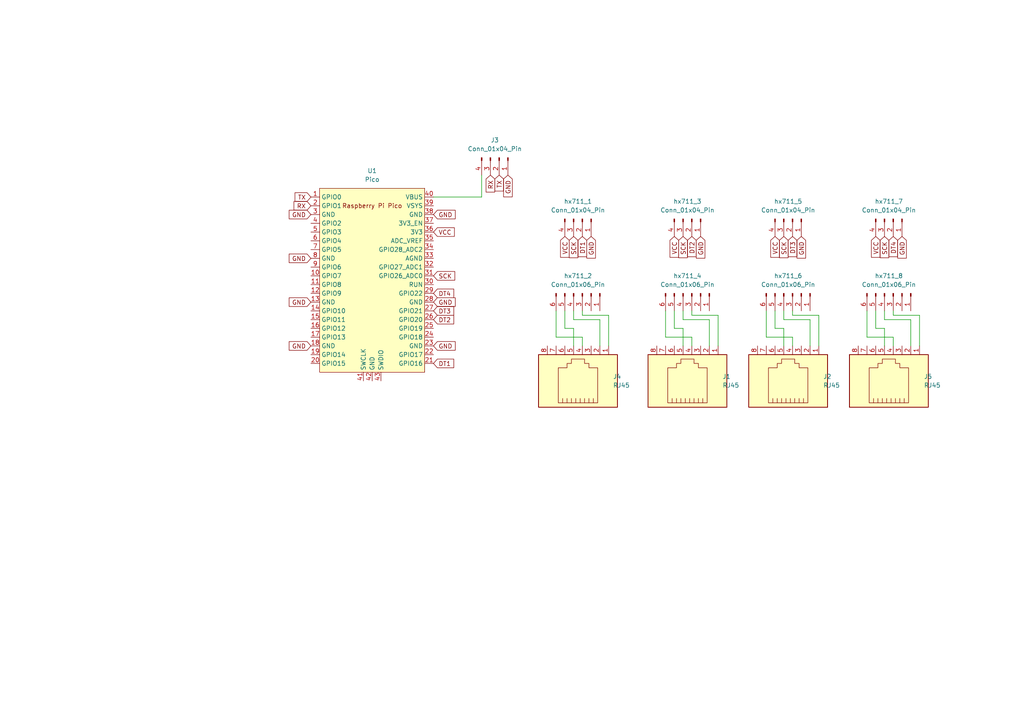
<source format=kicad_sch>
(kicad_sch (version 20231120) (generator "eeschema") (generator_version "8.0")
  (paper "A4")
  (lib_symbols
    (symbol "Connector:Conn_01x04_Pin" (pin_names (offset 1.016) hide)
      (property "Reference" "J" (at 0 5.08 0))
      (property "Value" "Conn_01x04_Pin" (at 0 -7.62 0))
      (symbol "Conn_01x04_Pin_1_1"
        (polyline (pts (xy 1.27 -5.08) (xy 0.8636 -5.08)) (stroke (width 0.1524)))
        (polyline (pts (xy 1.27 -2.54) (xy 0.8636 -2.54)) (stroke (width 0.1524)))
        (polyline (pts (xy 1.27 0) (xy 0.8636 0)) (stroke (width 0.1524)))
        (polyline (pts (xy 1.27 2.54) (xy 0.8636 2.54)) (stroke (width 0.1524)))
        (rectangle (start 0.8636 -4.953) (end 0 -5.207) (stroke (width 0.1524)) (fill (type outline)))
        (rectangle (start 0.8636 -2.413) (end 0 -2.667) (stroke (width 0.1524)) (fill (type outline)))
        (rectangle (start 0.8636 0.127) (end 0 -0.127) (stroke (width 0.1524)) (fill (type outline)))
        (rectangle (start 0.8636 2.667) (end 0 2.413) (stroke (width 0.1524)) (fill (type outline)))
        (pin passive line (at 5.08 2.54 180) (length 3.81) (name "Pin_1") (number "1"))
        (pin passive line (at 5.08 0 180) (length 3.81) (name "Pin_2") (number "2"))
        (pin passive line (at 5.08 -2.54 180) (length 3.81) (name "Pin_3") (number "3"))
        (pin passive line (at 5.08 -5.08 180) (length 3.81) (name "Pin_4") (number "4"))
      )
    )
    (symbol "Connector:Conn_01x06_Pin" (pin_names (offset 1.016) hide)
      (property "Reference" "J" (at 0 7.62 0))
      (property "Value" "Conn_01x06_Pin" (at 0 -10.16 0))
      (symbol "Conn_01x06_Pin_1_1"
        (polyline (pts (xy 1.27 -7.62) (xy 0.8636 -7.62)) (stroke (width 0.1524)))
        (polyline (pts (xy 1.27 -5.08) (xy 0.8636 -5.08)) (stroke (width 0.1524)))
        (polyline (pts (xy 1.27 -2.54) (xy 0.8636 -2.54)) (stroke (width 0.1524)))
        (polyline (pts (xy 1.27 0) (xy 0.8636 0)) (stroke (width 0.1524)))
        (polyline (pts (xy 1.27 2.54) (xy 0.8636 2.54)) (stroke (width 0.1524)))
        (polyline (pts (xy 1.27 5.08) (xy 0.8636 5.08)) (stroke (width 0.1524)))
        (rectangle (start 0.8636 -7.493) (end 0 -7.747) (stroke (width 0.1524)) (fill (type outline)))
        (rectangle (start 0.8636 -4.953) (end 0 -5.207) (stroke (width 0.1524)) (fill (type outline)))
        (rectangle (start 0.8636 -2.413) (end 0 -2.667) (stroke (width 0.1524)) (fill (type outline)))
        (rectangle (start 0.8636 0.127) (end 0 -0.127) (stroke (width 0.1524)) (fill (type outline)))
        (rectangle (start 0.8636 2.667) (end 0 2.413) (stroke (width 0.1524)) (fill (type outline)))
        (rectangle (start 0.8636 5.207) (end 0 4.953) (stroke (width 0.1524)) (fill (type outline)))
        (pin passive line (at 5.08 5.08 180) (length 3.81) (name "Pin_1") (number "1"))
        (pin passive line (at 5.08 2.54 180) (length 3.81) (name "Pin_2") (number "2"))
        (pin passive line (at 5.08 0 180) (length 3.81) (name "Pin_3") (number "3"))
        (pin passive line (at 5.08 -2.54 180) (length 3.81) (name "Pin_4") (number "4"))
        (pin passive line (at 5.08 -5.08 180) (length 3.81) (name "Pin_5") (number "5"))
        (pin passive line (at 5.08 -7.62 180) (length 3.81) (name "Pin_6") (number "6"))
      )
    )
    (symbol "Connector:RJ45" (pin_names (offset 1.016))
      (property "Reference" "J" (at -5.08 13.97 0))
      (property "Value" "RJ45" (at 2.54 13.97 0))
      (symbol "RJ45_0_1"
        (polyline (pts (xy -5.08 4.445) (xy -6.35 4.445)))
        (polyline (pts (xy -5.08 5.715) (xy -6.35 5.715)))
        (polyline (pts (xy -6.35 -3.175) (xy -5.08 -3.175) (xy -5.08 -3.175)))
        (polyline (pts (xy -6.35 -1.905) (xy -5.08 -1.905) (xy -5.08 -1.905)))
        (polyline (pts (xy -6.35 -0.635) (xy -5.08 -0.635) (xy -5.08 -0.635)))
        (polyline (pts (xy -6.35 0.635) (xy -5.08 0.635) (xy -5.08 0.635)))
        (polyline (pts (xy -6.35 1.905) (xy -5.08 1.905) (xy -5.08 1.905)))
        (polyline (pts (xy -5.08 3.175) (xy -6.35 3.175) (xy -6.35 3.175)))
        (polyline (pts (xy -6.35 -4.445) (xy -6.35 6.985) (xy 3.81 6.985) (xy 3.81 4.445) (xy 5.08 4.445) (xy 5.08 3.175) (xy 6.35 3.175) (xy 6.35 -0.635) (xy 5.08 -0.635) (xy 5.08 -1.905) (xy 3.81 -1.905) (xy 3.81 -4.445) (xy -6.35 -4.445) (xy -6.35 -4.445)))
        (rectangle (start 7.62 12.7) (end -7.62 -10.16) (stroke (width 0.254)) (fill (type background)))
      )
      (symbol "RJ45_1_1"
        (pin passive line (at 10.16 -7.62 180) (length 2.54) (name "~") (number "1"))
        (pin passive line (at 10.16 -5.08 180) (length 2.54) (name "~") (number "2"))
        (pin passive line (at 10.16 -2.54 180) (length 2.54) (name "~") (number "3"))
        (pin passive line (at 10.16 0 180) (length 2.54) (name "~") (number "4"))
        (pin passive line (at 10.16 2.54 180) (length 2.54) (name "~") (number "5"))
        (pin passive line (at 10.16 5.08 180) (length 2.54) (name "~") (number "6"))
        (pin passive line (at 10.16 7.62 180) (length 2.54) (name "~") (number "7"))
        (pin passive line (at 10.16 10.16 180) (length 2.54) (name "~") (number "8"))
      )
    )
    (symbol "Rasperry Pico 2:Pico"
      (property "Reference" "U" (at -13.97 27.94 0))
      (property "Value" "Pico" (at 0 19.05 0))
      (symbol "Pico_0_0"
        (text "Raspberry Pi Pico" (at 0 21.59 0) (effects (font (size 1.27 1.27))))
      )
      (symbol "Pico_0_1"
        (rectangle (start -15.24 26.67) (end 15.24 -26.67) (fill (type background)))
      )
      (symbol "Pico_1_1"
        (pin bidirectional line (at -17.78 24.13 0) (length 2.54) (name "GPIO0") (number "1"))
        (pin bidirectional line (at -17.78 1.27 0) (length 2.54) (name "GPIO7") (number "10"))
        (pin bidirectional line (at -17.78 -1.27 0) (length 2.54) (name "GPIO8") (number "11"))
        (pin bidirectional line (at -17.78 -3.81 0) (length 2.54) (name "GPIO9") (number "12"))
        (pin power_in line (at -17.78 -6.35 0) (length 2.54) (name "GND") (number "13"))
        (pin bidirectional line (at -17.78 -8.89 0) (length 2.54) (name "GPIO10") (number "14"))
        (pin bidirectional line (at -17.78 -11.43 0) (length 2.54) (name "GPIO11") (number "15"))
        (pin bidirectional line (at -17.78 -13.97 0) (length 2.54) (name "GPIO12") (number "16"))
        (pin bidirectional line (at -17.78 -16.51 0) (length 2.54) (name "GPIO13") (number "17"))
        (pin power_in line (at -17.78 -19.05 0) (length 2.54) (name "GND") (number "18"))
        (pin bidirectional line (at -17.78 -21.59 0) (length 2.54) (name "GPIO14") (number "19"))
        (pin bidirectional line (at -17.78 21.59 0) (length 2.54) (name "GPIO1") (number "2"))
        (pin bidirectional line (at -17.78 -24.13 0) (length 2.54) (name "GPIO15") (number "20"))
        (pin bidirectional line (at 17.78 -24.13 180) (length 2.54) (name "GPIO16") (number "21"))
        (pin bidirectional line (at 17.78 -21.59 180) (length 2.54) (name "GPIO17") (number "22"))
        (pin power_in line (at 17.78 -19.05 180) (length 2.54) (name "GND") (number "23"))
        (pin bidirectional line (at 17.78 -16.51 180) (length 2.54) (name "GPIO18") (number "24"))
        (pin bidirectional line (at 17.78 -13.97 180) (length 2.54) (name "GPIO19") (number "25"))
        (pin bidirectional line (at 17.78 -11.43 180) (length 2.54) (name "GPIO20") (number "26"))
        (pin bidirectional line (at 17.78 -8.89 180) (length 2.54) (name "GPIO21") (number "27"))
        (pin power_in line (at 17.78 -6.35 180) (length 2.54) (name "GND") (number "28"))
        (pin bidirectional line (at 17.78 -3.81 180) (length 2.54) (name "GPIO22") (number "29"))
        (pin power_in line (at -17.78 19.05 0) (length 2.54) (name "GND") (number "3"))
        (pin input line (at 17.78 -1.27 180) (length 2.54) (name "RUN") (number "30"))
        (pin bidirectional line (at 17.78 1.27 180) (length 2.54) (name "GPIO26_ADC0") (number "31"))
        (pin bidirectional line (at 17.78 3.81 180) (length 2.54) (name "GPIO27_ADC1") (number "32"))
        (pin power_in line (at 17.78 6.35 180) (length 2.54) (name "AGND") (number "33"))
        (pin bidirectional line (at 17.78 8.89 180) (length 2.54) (name "GPIO28_ADC2") (number "34"))
        (pin power_in line (at 17.78 11.43 180) (length 2.54) (name "ADC_VREF") (number "35"))
        (pin power_in line (at 17.78 13.97 180) (length 2.54) (name "3V3") (number "36"))
        (pin input line (at 17.78 16.51 180) (length 2.54) (name "3V3_EN") (number "37"))
        (pin bidirectional line (at 17.78 19.05 180) (length 2.54) (name "GND") (number "38"))
        (pin power_in line (at 17.78 21.59 180) (length 2.54) (name "VSYS") (number "39"))
        (pin bidirectional line (at -17.78 16.51 0) (length 2.54) (name "GPIO2") (number "4"))
        (pin power_in line (at 17.78 24.13 180) (length 2.54) (name "VBUS") (number "40"))
        (pin input line (at -2.54 -29.21 90) (length 2.54) (name "SWCLK") (number "41"))
        (pin power_in line (at 0 -29.21 90) (length 2.54) (name "GND") (number "42"))
        (pin bidirectional line (at 2.54 -29.21 90) (length 2.54) (name "SWDIO") (number "43"))
        (pin bidirectional line (at -17.78 13.97 0) (length 2.54) (name "GPIO3") (number "5"))
        (pin bidirectional line (at -17.78 11.43 0) (length 2.54) (name "GPIO4") (number "6"))
        (pin bidirectional line (at -17.78 8.89 0) (length 2.54) (name "GPIO5") (number "7"))
        (pin power_in line (at -17.78 6.35 0) (length 2.54) (name "GND") (number "8"))
        (pin bidirectional line (at -17.78 3.81 0) (length 2.54) (name "GPIO6") (number "9"))
      )
    )
  )
  (wire (pts (xy 139.7 57.15) (xy 139.7 50.8)))
  (wire (pts (xy 259.08 97.79) (xy 251.46 97.79)))
  (wire (pts (xy 229.87 91.44) (xy 237.49 91.44)))
  (wire (pts (xy 229.87 90.17) (xy 229.87 91.44)))
  (wire (pts (xy 256.54 100.33) (xy 256.54 95.25)))
  (wire (pts (xy 264.16 100.33) (xy 264.16 92.71)))
  (wire (pts (xy 256.54 92.71) (xy 256.54 90.17)))
  (wire (pts (xy 166.37 92.71) (xy 166.37 90.17)))
  (wire (pts (xy 200.66 100.33) (xy 200.66 97.79)))
  (wire (pts (xy 173.99 100.33) (xy 173.99 92.71)))
  (wire (pts (xy 227.33 92.71) (xy 227.33 90.17)))
  (wire (pts (xy 266.7 91.44) (xy 266.7 100.33)))
  (wire (pts (xy 227.33 100.33) (xy 227.33 95.25)))
  (wire (pts (xy 125.73 57.15) (xy 139.7 57.15)))
  (wire (pts (xy 205.74 92.71) (xy 198.12 92.71)))
  (wire (pts (xy 168.91 90.17) (xy 168.91 91.44)))
  (wire (pts (xy 224.79 90.17) (xy 224.79 95.25)))
  (wire (pts (xy 259.08 90.17) (xy 259.08 91.44)))
  (wire (pts (xy 205.74 100.33) (xy 205.74 92.71)))
  (wire (pts (xy 200.66 90.17) (xy 200.66 91.44)))
  (wire (pts (xy 200.66 97.79) (xy 193.04 97.79)))
  (wire (pts (xy 193.04 97.79) (xy 193.04 90.17)))
  (wire (pts (xy 166.37 100.33) (xy 166.37 95.25)))
  (wire (pts (xy 254 90.17) (xy 254 95.25)))
  (wire (pts (xy 198.12 100.33) (xy 198.12 95.25)))
  (wire (pts (xy 195.58 90.17) (xy 195.58 95.25)))
  (wire (pts (xy 259.08 91.44) (xy 266.7 91.44)))
  (wire (pts (xy 198.12 92.71) (xy 198.12 90.17)))
  (wire (pts (xy 222.25 97.79) (xy 222.25 90.17)))
  (wire (pts (xy 227.33 95.25) (xy 224.79 95.25)))
  (wire (pts (xy 176.53 91.44) (xy 176.53 100.33)))
  (wire (pts (xy 229.87 97.79) (xy 222.25 97.79)))
  (wire (pts (xy 256.54 95.25) (xy 254 95.25)))
  (wire (pts (xy 229.87 100.33) (xy 229.87 97.79)))
  (wire (pts (xy 200.66 91.44) (xy 208.28 91.44)))
  (wire (pts (xy 234.95 100.33) (xy 234.95 92.71)))
  (wire (pts (xy 168.91 91.44) (xy 176.53 91.44)))
  (wire (pts (xy 198.12 95.25) (xy 195.58 95.25)))
  (wire (pts (xy 237.49 91.44) (xy 237.49 100.33)))
  (wire (pts (xy 234.95 92.71) (xy 227.33 92.71)))
  (wire (pts (xy 161.29 97.79) (xy 161.29 90.17)))
  (wire (pts (xy 173.99 92.71) (xy 166.37 92.71)))
  (wire (pts (xy 251.46 97.79) (xy 251.46 90.17)))
  (wire (pts (xy 259.08 100.33) (xy 259.08 97.79)))
  (wire (pts (xy 168.91 100.33) (xy 168.91 97.79)))
  (wire (pts (xy 208.28 91.44) (xy 208.28 100.33)))
  (wire (pts (xy 166.37 95.25) (xy 163.83 95.25)))
  (wire (pts (xy 163.83 90.17) (xy 163.83 95.25)))
  (wire (pts (xy 264.16 92.71) (xy 256.54 92.71)))
  (wire (pts (xy 168.91 97.79) (xy 161.29 97.79)))
  (global_label "DT2" (shape input) (at 200.66 68.58 270) (property "Intersheetrefs" "${INTERSHEET_REFS}" (effects (hide yes))))
  (global_label "DT4" (shape input) (at 125.73 85.09 0) (property "Intersheetrefs" "${INTERSHEET_REFS}" (effects (hide yes))))
  (global_label "VCC" (shape input) (at 254 68.58 270) (property "Intersheetrefs" "${INTERSHEET_REFS}" (effects (hide yes))))
  (global_label "GND" (shape input) (at 232.41 68.58 270) (property "Intersheetrefs" "${INTERSHEET_REFS}" (effects (hide yes))))
  (global_label "GND" (shape input) (at 125.73 100.33 0) (property "Intersheetrefs" "${INTERSHEET_REFS}" (effects (hide yes))))
  (global_label "SCK" (shape input) (at 227.33 68.58 270) (property "Intersheetrefs" "${INTERSHEET_REFS}" (effects (hide yes))))
  (global_label "TX" (shape input) (at 90.17 57.15 180) (property "Intersheetrefs" "${INTERSHEET_REFS}" (effects (hide yes))))
  (global_label "SCK" (shape input) (at 198.12 68.58 270) (property "Intersheetrefs" "${INTERSHEET_REFS}" (effects (hide yes))))
  (global_label "VCC" (shape input) (at 163.83 68.58 270) (property "Intersheetrefs" "${INTERSHEET_REFS}" (effects (hide yes))))
  (global_label "SCK" (shape input) (at 256.54 68.58 270) (property "Intersheetrefs" "${INTERSHEET_REFS}" (effects (hide yes))))
  (global_label "DT3" (shape input) (at 125.73 90.17 0) (property "Intersheetrefs" "${INTERSHEET_REFS}" (effects (hide yes))))
  (global_label "GND" (shape input) (at 203.2 68.58 270) (property "Intersheetrefs" "${INTERSHEET_REFS}" (effects (hide yes))))
  (global_label "GND" (shape input) (at 90.17 87.63 180) (property "Intersheetrefs" "${INTERSHEET_REFS}" (effects (hide yes))))
  (global_label "GND" (shape input) (at 90.17 62.23 180) (property "Intersheetrefs" "${INTERSHEET_REFS}" (effects (hide yes))))
  (global_label "GND" (shape input) (at 125.73 62.23 0) (property "Intersheetrefs" "${INTERSHEET_REFS}" (effects (hide yes))))
  (global_label "RX" (shape input) (at 142.24 50.8 270) (property "Intersheetrefs" "${INTERSHEET_REFS}" (effects (hide yes))))
  (global_label "DT3" (shape input) (at 229.87 68.58 270) (property "Intersheetrefs" "${INTERSHEET_REFS}" (effects (hide yes))))
  (global_label "DT1" (shape input) (at 168.91 68.58 270) (property "Intersheetrefs" "${INTERSHEET_REFS}" (effects (hide yes))))
  (global_label "GND" (shape input) (at 261.62 68.58 270) (property "Intersheetrefs" "${INTERSHEET_REFS}" (effects (hide yes))))
  (global_label "VCC" (shape input) (at 125.73 67.31 0) (property "Intersheetrefs" "${INTERSHEET_REFS}" (effects (hide yes))))
  (global_label "GND" (shape input) (at 125.73 87.63 0) (property "Intersheetrefs" "${INTERSHEET_REFS}" (effects (hide yes))))
  (global_label "VCC" (shape input) (at 195.58 68.58 270) (property "Intersheetrefs" "${INTERSHEET_REFS}" (effects (hide yes))))
  (global_label "DT1" (shape input) (at 125.73 105.41 0) (property "Intersheetrefs" "${INTERSHEET_REFS}" (effects (hide yes))))
  (global_label "RX" (shape input) (at 90.17 59.69 180) (property "Intersheetrefs" "${INTERSHEET_REFS}" (effects (hide yes))))
  (global_label "GND" (shape input) (at 147.32 50.8 270) (property "Intersheetrefs" "${INTERSHEET_REFS}" (effects (hide yes))))
  (global_label "GND" (shape input) (at 90.17 74.93 180) (property "Intersheetrefs" "${INTERSHEET_REFS}" (effects (hide yes))))
  (global_label "SCK" (shape input) (at 125.73 80.01 0) (property "Intersheetrefs" "${INTERSHEET_REFS}" (effects (hide yes))))
  (global_label "TX" (shape input) (at 144.78 50.8 270) (property "Intersheetrefs" "${INTERSHEET_REFS}" (effects (hide yes))))
  (global_label "DT4" (shape input) (at 259.08 68.58 270) (property "Intersheetrefs" "${INTERSHEET_REFS}" (effects (hide yes))))
  (global_label "SCK" (shape input) (at 166.37 68.58 270) (property "Intersheetrefs" "${INTERSHEET_REFS}" (effects (hide yes))))
  (global_label "VCC" (shape input) (at 224.79 68.58 270) (property "Intersheetrefs" "${INTERSHEET_REFS}" (effects (hide yes))))
  (global_label "GND" (shape input) (at 90.17 100.33 180) (property "Intersheetrefs" "${INTERSHEET_REFS}" (effects (hide yes))))
  (global_label "DT2" (shape input) (at 125.73 92.71 0) (property "Intersheetrefs" "${INTERSHEET_REFS}" (effects (hide yes))))
  (global_label "GND" (shape input) (at 171.45 68.58 270) (property "Intersheetrefs" "${INTERSHEET_REFS}" (effects (hide yes))))
  (symbol (lib_id "Connector:RJ45") (at 200.66 110.49 90) (unit 1)
    (property "Reference" "J1" (at 209.55 109.2199 90) (effects (justify right)))
    (property "Value" "RJ45" (at 209.55 111.7599 90) (effects (justify right)))
    (property "Footprint" "Connector_RJ:RJ45_Amphenol_54602-x08_Horizontal" (effects (hide yes)))
    (property "Description" "RJ connector, 8P8C (8 positions 8 connected)" (effects (hide yes)))
  )
  (symbol (lib_id "Connector:RJ45") (at 259.08 110.49 90) (unit 1)
    (property "Reference" "J5" (at 267.97 109.2199 90) (effects (justify right)))
    (property "Value" "RJ45" (at 267.97 111.7599 90) (effects (justify right)))
    (property "Footprint" "Connector_RJ:RJ45_Amphenol_54602-x08_Horizontal" (effects (hide yes)))
    (property "Description" "RJ connector, 8P8C (8 positions 8 connected)" (effects (hide yes)))
  )
  (symbol (lib_id "Connector:Conn_01x04_Pin") (at 259.08 63.5 270) (unit 1)
    (property "Reference" "hx711_7" (at 257.81 58.42 90))
    (property "Value" "Conn_01x04_Pin" (at 257.81 60.96 90))
    (property "Footprint" "Connector_PinSocket_2.54mm:PinSocket_1x04_P2.54mm_Vertical" (effects (hide yes)))
    (property "Description" "Generic connector, single row, 01x04, script generated" (effects (hide yes)))
  )
  (symbol (lib_id "Connector:Conn_01x06_Pin") (at 168.91 85.09 270) (unit 1)
    (property "Reference" "hx711_2" (at 167.64 80.01 90))
    (property "Value" "Conn_01x06_Pin" (at 167.64 82.55 90))
    (property "Footprint" "Connector_PinSocket_2.54mm:PinSocket_1x06_P2.54mm_Vertical" (effects (hide yes)))
    (property "Description" "Generic connector, single row, 01x06, script generated" (effects (hide yes)))
  )
  (symbol (lib_id "Rasperry Pico 2:Pico") (at 107.95 81.28 0) (unit 1)
    (property "Reference" "U1" (at 107.95 49.53 0))
    (property "Value" "Pico" (at 107.95 52.07 0))
    (property "Footprint" "Rasperry Pico 2:RPi_Pico_SMD_TH" (effects (hide yes)))
  )
  (symbol (lib_id "Connector:RJ45") (at 168.91 110.49 90) (unit 1)
    (property "Reference" "J4" (at 177.8 109.2199 90) (effects (justify right)))
    (property "Value" "RJ45" (at 177.8 111.7599 90) (effects (justify right)))
    (property "Footprint" "Connector_RJ:RJ45_Amphenol_54602-x08_Horizontal" (effects (hide yes)))
    (property "Description" "RJ connector, 8P8C (8 positions 8 connected)" (effects (hide yes)))
  )
  (symbol (lib_id "Connector:Conn_01x04_Pin") (at 168.91 63.5 270) (unit 1)
    (property "Reference" "hx711_1" (at 167.64 58.42 90))
    (property "Value" "Conn_01x04_Pin" (at 167.64 60.96 90))
    (property "Footprint" "Connector_PinSocket_2.54mm:PinSocket_1x04_P2.54mm_Vertical" (effects (hide yes)))
    (property "Description" "Generic connector, single row, 01x04, script generated" (effects (hide yes)))
  )
  (symbol (lib_id "Connector:Conn_01x06_Pin") (at 259.08 85.09 270) (unit 1)
    (property "Reference" "hx711_8" (at 257.81 80.01 90))
    (property "Value" "Conn_01x06_Pin" (at 257.81 82.55 90))
    (property "Footprint" "Connector_PinSocket_2.54mm:PinSocket_1x06_P2.54mm_Vertical" (effects (hide yes)))
    (property "Description" "Generic connector, single row, 01x06, script generated" (effects (hide yes)))
  )
  (symbol (lib_id "Connector:Conn_01x06_Pin") (at 229.87 85.09 270) (unit 1)
    (property "Reference" "hx711_6" (at 228.6 80.01 90))
    (property "Value" "Conn_01x06_Pin" (at 228.6 82.55 90))
    (property "Footprint" "Connector_PinSocket_2.54mm:PinSocket_1x06_P2.54mm_Vertical" (effects (hide yes)))
    (property "Description" "Generic connector, single row, 01x06, script generated" (effects (hide yes)))
  )
  (symbol (lib_id "Connector:Conn_01x04_Pin") (at 144.78 45.72 270) (unit 1)
    (property "Reference" "J3" (at 143.51 40.64 90))
    (property "Value" "Conn_01x04_Pin" (at 143.51 43.18 90))
    (property "Footprint" "Connector_PinSocket_2.54mm:PinSocket_1x04_P2.54mm_Vertical" (effects (hide yes)))
    (property "Description" "Generic connector, single row, 01x04, script generated" (effects (hide yes)))
  )
  (symbol (lib_id "Connector:Conn_01x06_Pin") (at 200.66 85.09 270) (unit 1)
    (property "Reference" "hx711_4" (at 199.39 80.01 90))
    (property "Value" "Conn_01x06_Pin" (at 199.39 82.55 90))
    (property "Footprint" "Connector_PinSocket_2.54mm:PinSocket_1x06_P2.54mm_Vertical" (effects (hide yes)))
    (property "Description" "Generic connector, single row, 01x06, script generated" (effects (hide yes)))
  )
  (symbol (lib_id "Connector:Conn_01x04_Pin") (at 200.66 63.5 270) (unit 1)
    (property "Reference" "hx711_3" (at 199.39 58.42 90))
    (property "Value" "Conn_01x04_Pin" (at 199.39 60.96 90))
    (property "Footprint" "Connector_PinSocket_2.54mm:PinSocket_1x04_P2.54mm_Vertical" (effects (hide yes)))
    (property "Description" "Generic connector, single row, 01x04, script generated" (effects (hide yes)))
  )
  (symbol (lib_id "Connector:RJ45") (at 229.87 110.49 90) (unit 1)
    (property "Reference" "J2" (at 238.76 109.2199 90) (effects (justify right)))
    (property "Value" "RJ45" (at 238.76 111.7599 90) (effects (justify right)))
    (property "Footprint" "Connector_RJ:RJ45_Amphenol_54602-x08_Horizontal" (effects (hide yes)))
    (property "Description" "RJ connector, 8P8C (8 positions 8 connected)" (effects (hide yes)))
  )
  (symbol (lib_id "Connector:Conn_01x04_Pin") (at 229.87 63.5 270) (unit 1)
    (property "Reference" "hx711_5" (at 228.6 58.42 90))
    (property "Value" "Conn_01x04_Pin" (at 228.6 60.96 90))
    (property "Footprint" "Connector_PinSocket_2.54mm:PinSocket_1x04_P2.54mm_Vertical" (effects (hide yes)))
    (property "Description" "Generic connector, single row, 01x04, script generated" (effects (hide yes)))
  )
)
</source>
